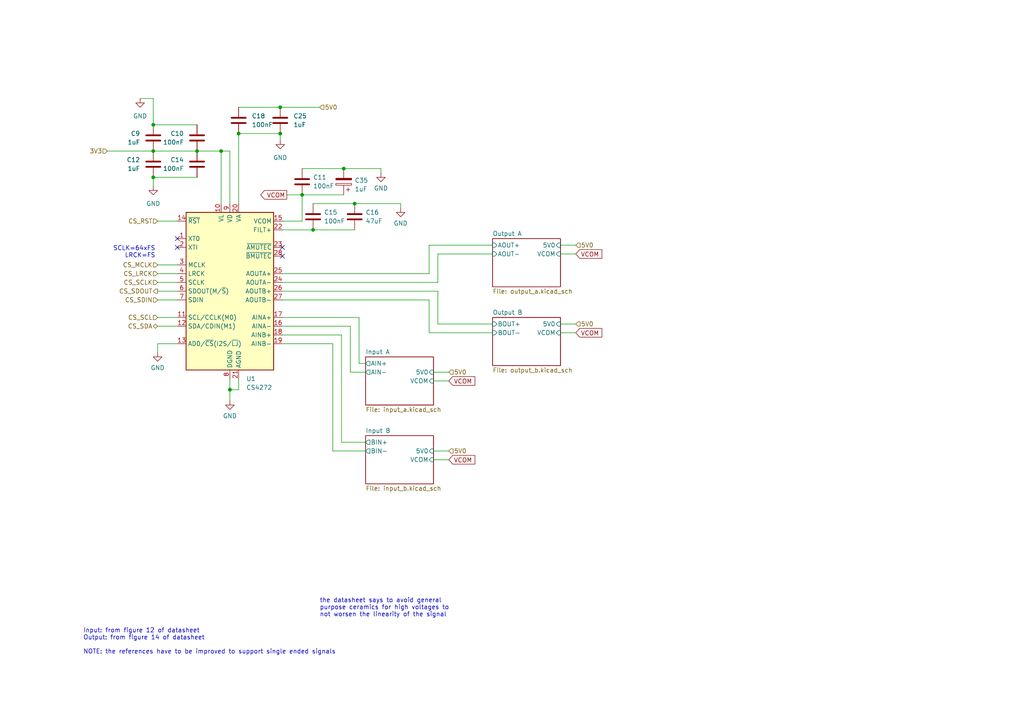
<source format=kicad_sch>
(kicad_sch (version 20230121) (generator eeschema)
  (paper "A4")
  (lib_symbols
    (symbol "Audio:CS4272"
      (property "Reference" "U" (at -12.7 24.13 0))
      (property "Value" "CS4272" (at 5.08 -24.13 0))
      (symbol "CS4272_0_1"
        (rectangle (start -12.7 22.86) (end 12.7 -22.86) (stroke (width 0.254)) (fill (type background)))
      )
      (symbol "CS4272_1_1"
        (pin output line (at -15.24 15.24 0) (length 2.54) (name "XT0") (number "1"))
        (pin power_in line (at -2.54 25.4 270) (length 2.54) (name "VL") (number "10"))
        (pin input line (at -15.24 -7.62 0) (length 2.54) (name "SCL/CCLK(M0)") (number "11"))
        (pin bidirectional line (at -15.24 -10.16 0) (length 2.54) (name "SDA/CDIN(M1)") (number "12"))
        (pin input line (at -15.24 -15.24 0) (length 2.54) (name "AD0/~{CS}(I2S/~{LJ})") (number "13"))
        (pin input line (at -15.24 20.32 0) (length 2.54) (name "~{RST}") (number "14"))
        (pin output line (at 15.24 20.32 180) (length 2.54) (name "VCOM") (number "15"))
        (pin input line (at 15.24 -10.16 180) (length 2.54) (name "AINA-") (number "16"))
        (pin input line (at 15.24 -7.62 180) (length 2.54) (name "AINA+") (number "17"))
        (pin input line (at 15.24 -12.7 180) (length 2.54) (name "AINB+") (number "18"))
        (pin input line (at 15.24 -15.24 180) (length 2.54) (name "AINB-") (number "19"))
        (pin input line (at -15.24 12.7 0) (length 2.54) (name "XTI") (number "2"))
        (pin power_in line (at 2.54 25.4 270) (length 2.54) (name "VA") (number "20"))
        (pin power_in line (at 2.54 -25.4 90) (length 2.54) (name "AGND") (number "21"))
        (pin output line (at 15.24 17.78 180) (length 2.54) (name "FILT+") (number "22"))
        (pin output line (at 15.24 12.7 180) (length 2.54) (name "~{AMUTEC}") (number "23"))
        (pin output line (at 15.24 2.54 180) (length 2.54) (name "AOUTA-") (number "24"))
        (pin output line (at 15.24 5.08 180) (length 2.54) (name "AOUTA+") (number "25"))
        (pin output line (at 15.24 0 180) (length 2.54) (name "AOUTB+") (number "26"))
        (pin output line (at 15.24 -2.54 180) (length 2.54) (name "AOUTB-") (number "27"))
        (pin output line (at 15.24 10.16 180) (length 2.54) (name "~{BMUTEC}") (number "28"))
        (pin bidirectional line (at -15.24 7.62 0) (length 2.54) (name "MCLK") (number "3"))
        (pin bidirectional line (at -15.24 5.08 0) (length 2.54) (name "LRCK") (number "4"))
        (pin bidirectional line (at -15.24 2.54 0) (length 2.54) (name "SCLK") (number "5"))
        (pin output line (at -15.24 0 0) (length 2.54) (name "SDOUT(M/~{S})") (number "6"))
        (pin input line (at -15.24 -2.54 0) (length 2.54) (name "SDIN") (number "7"))
        (pin power_in line (at 0 -25.4 90) (length 2.54) (name "DGND") (number "8"))
        (pin power_in line (at 0 25.4 270) (length 2.54) (name "VD") (number "9"))
      )
    )
    (symbol "Device:C" (pin_numbers hide) (pin_names (offset 0.254))
      (property "Reference" "C" (at 0.635 2.54 0))
      (property "Value" "C" (at 0.635 -2.54 0))
      (symbol "C_0_1"
        (polyline (pts (xy -2.032 -0.762) (xy 2.032 -0.762)) (stroke (width 0.508)))
        (polyline (pts (xy -2.032 0.762) (xy 2.032 0.762)) (stroke (width 0.508)))
      )
      (symbol "C_1_1"
        (pin passive line (at 0 3.81 270) (length 2.794) (name "~") (number "1"))
        (pin passive line (at 0 -3.81 90) (length 2.794) (name "~") (number "2"))
      )
    )
    (symbol "Device:C_Polarized" (pin_numbers hide) (pin_names (offset 0.254))
      (property "Reference" "C" (at 0.635 2.54 0))
      (property "Value" "C_Polarized" (at 0.635 -2.54 0))
      (symbol "C_Polarized_0_1"
        (rectangle (start -2.286 0.508) (end 2.286 1.016))
        (polyline (pts (xy -1.778 2.286) (xy -0.762 2.286)))
        (polyline (pts (xy -1.27 2.794) (xy -1.27 1.778)))
        (rectangle (start 2.286 -0.508) (end -2.286 -1.016) (fill (type outline)))
      )
      (symbol "C_Polarized_1_1"
        (pin passive line (at 0 3.81 270) (length 2.794) (name "~") (number "1"))
        (pin passive line (at 0 -3.81 90) (length 2.794) (name "~") (number "2"))
      )
    )
    (symbol "power:GND" (power) (pin_names (offset 0))
      (property "Value" "GND" (at 0 -3.81 0))
      (symbol "GND_0_1"
        (polyline (pts (xy 0 0) (xy 0 -1.27) (xy 1.27 -1.27) (xy 0 -2.54) (xy -1.27 -1.27) (xy 0 -1.27)))
      )
      (symbol "GND_1_1"
        (pin power_in line (at 0 0 270) (length 0) hide (name "GND") (number "1"))
      )
    )
  )
  (junction (at 87.63 56.515))
  (junction (at 69.215 38.735))
  (junction (at 99.695 48.895))
  (junction (at 90.805 66.675))
  (junction (at 81.28 38.735))
  (junction (at 44.45 36.195))
  (junction (at 64.135 43.815))
  (junction (at 44.45 43.815))
  (junction (at 44.45 51.435))
  (junction (at 66.675 113.03))
  (junction (at 102.87 59.055))
  (junction (at 57.15 43.815))
  (junction (at 81.28 31.115))
  (no_connect (at 81.915 74.295))
  (no_connect (at 51.435 71.755))
  (no_connect (at 51.435 69.215))
  (no_connect (at 81.915 71.755))
  (wire (pts (xy 127 73.66) (xy 142.875 73.66)))
  (wire (pts (xy 83.185 56.515) (xy 87.63 56.515)))
  (wire (pts (xy 162.56 96.52) (xy 167.005 96.52)))
  (wire (pts (xy 45.72 92.075) (xy 51.435 92.075)))
  (wire (pts (xy 64.135 43.815) (xy 64.135 59.055)))
  (wire (pts (xy 44.45 36.195) (xy 57.15 36.195)))
  (wire (pts (xy 124.46 71.12) (xy 124.46 79.375)))
  (wire (pts (xy 69.215 38.735) (xy 81.28 38.735)))
  (wire (pts (xy 31.115 43.815) (xy 44.45 43.815)))
  (wire (pts (xy 96.52 130.81) (xy 96.52 99.695)))
  (wire (pts (xy 162.56 71.12) (xy 167.005 71.12)))
  (wire (pts (xy 127 93.98) (xy 142.875 93.98)))
  (wire (pts (xy 87.63 64.135) (xy 87.63 56.515)))
  (wire (pts (xy 99.06 128.27) (xy 106.045 128.27)))
  (wire (pts (xy 66.675 43.815) (xy 64.135 43.815)))
  (wire (pts (xy 69.215 38.735) (xy 69.215 59.055)))
  (wire (pts (xy 69.215 109.855) (xy 69.215 113.03)))
  (wire (pts (xy 81.915 64.135) (xy 87.63 64.135)))
  (wire (pts (xy 90.805 59.055) (xy 102.87 59.055)))
  (wire (pts (xy 124.46 86.995) (xy 81.915 86.995)))
  (wire (pts (xy 81.915 94.615) (xy 101.6 94.615)))
  (wire (pts (xy 45.72 99.695) (xy 45.72 102.235)))
  (wire (pts (xy 45.72 99.695) (xy 51.435 99.695)))
  (wire (pts (xy 106.045 130.81) (xy 96.52 130.81)))
  (wire (pts (xy 90.805 66.675) (xy 102.87 66.675)))
  (wire (pts (xy 104.14 105.41) (xy 104.14 92.075)))
  (wire (pts (xy 87.63 48.895) (xy 99.695 48.895)))
  (wire (pts (xy 125.73 130.81) (xy 130.175 130.81)))
  (wire (pts (xy 66.675 109.855) (xy 66.675 113.03)))
  (wire (pts (xy 87.63 56.515) (xy 99.695 56.515)))
  (wire (pts (xy 125.73 133.35) (xy 130.175 133.35)))
  (wire (pts (xy 124.46 96.52) (xy 142.875 96.52)))
  (wire (pts (xy 45.72 84.455) (xy 51.435 84.455)))
  (wire (pts (xy 127 81.915) (xy 127 73.66)))
  (wire (pts (xy 40.64 28.575) (xy 44.45 28.575)))
  (wire (pts (xy 66.675 113.03) (xy 66.675 116.205)))
  (wire (pts (xy 116.205 59.055) (xy 102.87 59.055)))
  (wire (pts (xy 162.56 73.66) (xy 167.005 73.66)))
  (wire (pts (xy 45.72 81.915) (xy 51.435 81.915)))
  (wire (pts (xy 104.14 92.075) (xy 81.915 92.075)))
  (wire (pts (xy 44.45 51.435) (xy 57.15 51.435)))
  (wire (pts (xy 45.72 86.995) (xy 51.435 86.995)))
  (wire (pts (xy 45.72 94.615) (xy 51.435 94.615)))
  (wire (pts (xy 69.215 31.115) (xy 81.28 31.115)))
  (wire (pts (xy 99.06 97.155) (xy 99.06 128.27)))
  (wire (pts (xy 106.045 105.41) (xy 104.14 105.41)))
  (wire (pts (xy 142.875 71.12) (xy 124.46 71.12)))
  (wire (pts (xy 45.72 64.135) (xy 51.435 64.135)))
  (wire (pts (xy 81.915 99.695) (xy 96.52 99.695)))
  (wire (pts (xy 44.45 28.575) (xy 44.45 36.195)))
  (wire (pts (xy 44.45 43.815) (xy 57.15 43.815)))
  (wire (pts (xy 69.215 113.03) (xy 66.675 113.03)))
  (wire (pts (xy 99.695 48.895) (xy 110.49 48.895)))
  (wire (pts (xy 45.72 79.375) (xy 51.435 79.375)))
  (wire (pts (xy 127 93.98) (xy 127 84.455)))
  (wire (pts (xy 127 84.455) (xy 81.915 84.455)))
  (wire (pts (xy 64.135 43.815) (xy 57.15 43.815)))
  (wire (pts (xy 110.49 50.165) (xy 110.49 48.895)))
  (wire (pts (xy 66.675 59.055) (xy 66.675 43.815)))
  (wire (pts (xy 45.72 76.835) (xy 51.435 76.835)))
  (wire (pts (xy 101.6 94.615) (xy 101.6 107.95)))
  (wire (pts (xy 124.46 79.375) (xy 81.915 79.375)))
  (wire (pts (xy 81.915 97.155) (xy 99.06 97.155)))
  (wire (pts (xy 81.28 38.735) (xy 81.28 40.64)))
  (wire (pts (xy 162.56 93.98) (xy 167.005 93.98)))
  (wire (pts (xy 116.205 60.325) (xy 116.205 59.055)))
  (wire (pts (xy 81.28 31.115) (xy 92.71 31.115)))
  (wire (pts (xy 81.915 81.915) (xy 127 81.915)))
  (wire (pts (xy 125.73 107.95) (xy 130.175 107.95)))
  (wire (pts (xy 44.45 53.975) (xy 44.45 51.435)))
  (wire (pts (xy 101.6 107.95) (xy 106.045 107.95)))
  (wire (pts (xy 81.915 66.675) (xy 90.805 66.675)))
  (wire (pts (xy 125.73 110.49) (xy 130.175 110.49)))
  (wire (pts (xy 124.46 96.52) (xy 124.46 86.995)))
  (text "Input: from figure 12 of datasheet\nOutput: from figure 14 of datasheet\n\nNOTE: the references have to be improved to support single ended signals\n" (at 24.13 189.865 0) (effects (font (size 1.27 1.27)) (justify left bottom)))
  (text "SCLK=64xFS\nLRCK=FS" (at 45.085 74.93 0) (effects (font (size 1.27 1.27)) (justify right bottom)))
  (text "the datasheet says to avoid general\npurpose ceramics for high voltages to\nnot worsen the linearity of the signal" (at 92.71 179.07 0) (effects (font (size 1.27 1.27)) (justify left bottom)))
  (global_label "VCOM" (shape input) (at 130.175 110.49 0) (property "Intersheetrefs" "${INTERSHEET_REFS}" (effects hide)))
  (global_label "VCOM" (shape input) (at 130.175 133.35 0) (property "Intersheetrefs" "${INTERSHEET_REFS}" (effects hide)))
  (global_label "VCOM" (shape input) (at 167.005 96.52 0) (property "Intersheetrefs" "${INTERSHEET_REFS}" (effects hide)))
  (global_label "VCOM" (shape input) (at 167.005 73.66 0) (property "Intersheetrefs" "${INTERSHEET_REFS}" (effects hide)))
  (global_label "VCOM" (shape output) (at 83.185 56.515 180) (property "Intersheetrefs" "${INTERSHEET_REFS}" (effects hide)))
  (hierarchical_label "CS_SCL" (shape input) (at 45.72 92.075 180))
  (hierarchical_label "CS_SDIN" (shape input) (at 45.72 86.995 180))
  (hierarchical_label "CS_SDA" (shape bidirectional) (at 45.72 94.615 180))
  (hierarchical_label "CS_LRCK" (shape input) (at 45.72 79.375 180))
  (hierarchical_label "5V0" (shape input) (at 130.175 130.81 0))
  (hierarchical_label "5V0" (shape input) (at 167.005 71.12 0))
  (hierarchical_label "5V0" (shape input) (at 130.175 107.95 0))
  (hierarchical_label "5V0" (shape input) (at 167.005 93.98 0))
  (hierarchical_label "CS_MCLK" (shape input) (at 45.72 76.835 180))
  (hierarchical_label "3V3" (shape input) (at 31.115 43.815 180))
  (hierarchical_label "5V0" (shape input) (at 92.71 31.115 0))
  (hierarchical_label "CS_SDOUT" (shape output) (at 45.72 84.455 180))
  (hierarchical_label "CS_SCLK" (shape input) (at 45.72 81.915 180))
  (hierarchical_label "CS_RST" (shape input) (at 45.72 64.135 180))
  (symbol (lib_id "Device:C") (at 81.28 34.925 0) (unit 1)
    (property "Reference" "C25" (at 85.09 33.655 0) (effects (justify left)))
    (property "Value" "1uF" (at 85.09 36.195 0) (effects (justify left)))
  )
  (symbol (lib_id "power:GND") (at 66.675 116.205 0) (unit 1)
    (property "Reference" "#PWR029" (effects hide))
    (property "Value" "GND" (at 66.675 120.65 0))
  )
  (symbol (lib_id "power:GND") (at 40.64 28.575 0) (unit 1)
    (property "Reference" "#PWR07" (effects hide))
    (property "Value" "GND" (at 40.64 33.655 0))
  )
  (symbol (lib_id "Device:C_Polarized") (at 99.695 52.705 180) (unit 1)
    (property "Reference" "C35" (at 102.87 52.324 0) (effects (justify right)))
    (property "Value" "1uF" (at 102.87 54.864 0) (effects (justify right)))
  )
  (symbol (lib_id "power:GND") (at 110.49 50.165 0) (unit 1)
    (property "Reference" "#PWR032" (effects hide))
    (property "Value" "GND" (at 110.49 54.61 0))
  )
  (symbol (lib_id "Device:C") (at 57.15 40.005 0) (mirror y) (unit 1)
    (property "Reference" "C10" (at 53.34 38.735 0) (effects (justify left)))
    (property "Value" "100nF" (at 53.34 41.275 0) (effects (justify left)))
  )
  (symbol (lib_id "Audio:CS4272") (at 66.675 84.455 0) (unit 1)
    (property "Reference" "U1" (at 71.4091 109.855 0) (effects (justify left)))
    (property "Value" "CS4272" (at 71.4091 112.395 0) (effects (justify left)))
    (property "Footprint" "Package_SO:TSSOP-28_4.4x9.7mm_P0.65mm" (effects hide))
    (property "Datasheet" "https://statics.cirrus.com/pubs/proDatasheet/CS4272_F1.pdf" (effects hide))
  )
  (symbol (lib_id "Device:C") (at 44.45 40.005 0) (mirror y) (unit 1)
    (property "Reference" "C9" (at 40.64 38.735 0) (effects (justify left)))
    (property "Value" "1uF" (at 40.64 41.275 0) (effects (justify left)))
  )
  (symbol (lib_id "Device:C") (at 69.215 34.925 0) (unit 1)
    (property "Reference" "C18" (at 73.025 33.655 0) (effects (justify left)))
    (property "Value" "100nF" (at 73.025 36.195 0) (effects (justify left)))
  )
  (symbol (lib_id "Device:C") (at 90.805 62.865 0) (unit 1)
    (property "Reference" "C15" (at 93.98 61.595 0) (effects (justify left)))
    (property "Value" "100nF" (at 93.98 64.135 0) (effects (justify left)))
  )
  (symbol (lib_id "Device:C") (at 44.45 47.625 0) (mirror y) (unit 1)
    (property "Reference" "C12" (at 40.64 46.355 0) (effects (justify left)))
    (property "Value" "1uF" (at 40.64 48.895 0) (effects (justify left)))
  )
  (symbol (lib_id "Device:C") (at 102.87 62.865 0) (unit 1)
    (property "Reference" "C16" (at 106.045 61.595 0) (effects (justify left)))
    (property "Value" "47uF" (at 106.045 64.135 0) (effects (justify left)))
  )
  (symbol (lib_id "power:GND") (at 81.28 40.64 0) (unit 1)
    (property "Reference" "#PWR031" (effects hide))
    (property "Value" "GND" (at 81.28 45.72 0))
  )
  (symbol (lib_id "power:GND") (at 45.72 102.235 0) (unit 1)
    (property "Reference" "#PWR072" (effects hide))
    (property "Value" "GND" (at 45.72 106.68 0))
  )
  (symbol (lib_id "power:GND") (at 44.45 53.975 0) (unit 1)
    (property "Reference" "#PWR030" (effects hide))
    (property "Value" "GND" (at 44.45 59.055 0))
  )
  (symbol (lib_id "Device:C") (at 57.15 47.625 0) (mirror y) (unit 1)
    (property "Reference" "C14" (at 53.34 46.355 0) (effects (justify left)))
    (property "Value" "100nF" (at 53.34 48.895 0) (effects (justify left)))
  )
  (symbol (lib_id "power:GND") (at 116.205 60.325 0) (unit 1)
    (property "Reference" "#PWR033" (effects hide))
    (property "Value" "GND" (at 116.205 64.77 0))
  )
  (symbol (lib_id "Device:C") (at 87.63 52.705 0) (unit 1)
    (property "Reference" "C11" (at 90.805 51.435 0) (effects (justify left)))
    (property "Value" "100nF" (at 90.805 53.975 0) (effects (justify left)))
  )
  (sheet (at 106.045 126.365) (size 19.685 13.97) (stroke (width 0.1524))
    (property "Sheetname" "Input B" (at 106.045 125.6534 0) (effects (justify left bottom)))
    (property "Sheetfile" "input_b.kicad_sch" (at 106.045 140.9196 0) (effects (justify left top)))
    (pin "BIN-" output (at 106.045 130.81 180))
    (pin "BIN+" output (at 106.045 128.27 180))
    (pin "5V0" input (at 125.73 130.81 0))
    (pin "VCOM" input (at 125.73 133.35 0))
  )
  (sheet (at 142.875 69.215) (size 19.685 13.97) (stroke (width 0.1524))
    (property "Sheetname" "Output A" (at 142.875 68.5034 0) (effects (justify left bottom)))
    (property "Sheetfile" "output_a.kicad_sch" (at 142.875 83.7696 0) (effects (justify left top)))
    (pin "VCOM" input (at 162.56 73.66 0))
    (pin "AOUT+" input (at 142.875 71.12 180))
    (pin "AOUT-" input (at 142.875 73.66 180))
    (pin "5V0" input (at 162.56 71.12 0))
  )
  (sheet (at 142.875 92.075) (size 19.685 13.97) (stroke (width 0.1524))
    (property "Sheetname" "Output B" (at 142.875 91.3634 0) (effects (justify left bottom)))
    (property "Sheetfile" "output_b.kicad_sch" (at 142.875 106.6296 0) (effects (justify left top)))
    (pin "BOUT+" input (at 142.875 93.98 180))
    (pin "BOUT-" input (at 142.875 96.52 180))
    (pin "5V0" input (at 162.56 93.98 0))
    (pin "VCOM" input (at 162.56 96.52 0))
  )
  (sheet (at 106.045 103.505) (size 19.685 13.97) (stroke (width 0.1524))
    (property "Sheetname" "Input A" (at 106.045 102.7934 0) (effects (justify left bottom)))
    (property "Sheetfile" "input_a.kicad_sch" (at 106.045 118.0596 0) (effects (justify left top)))
    (pin "AIN+" output (at 106.045 105.41 180))
    (pin "AIN-" output (at 106.045 107.95 180))
    (pin "VCOM" input (at 125.73 110.49 0))
    (pin "5V0" input (at 125.73 107.95 0))
  )
)
</source>
